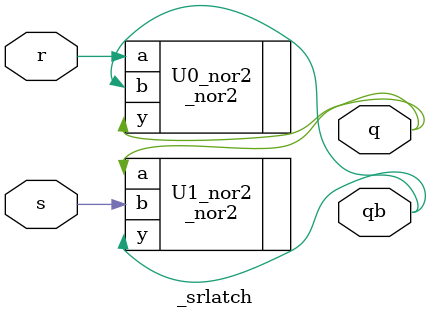
<source format=v>
module _srlatch(r,s,q,qb); //SR Latch
	input r,s;
	output q,qb;
	
	_nor2 U0_nor2(.a(r),.b(qb),.y(q)); //use 2 2 NOR gate
	_nor2 U1_nor2(.a(q),.b(s),.y(qb));
	
endmodule
</source>
